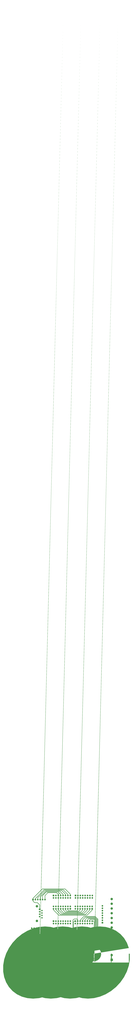
<source format=gtl>
G04 #@! TF.GenerationSoftware,KiCad,Pcbnew,7.0.7*
G04 #@! TF.CreationDate,2024-01-31T17:53:19+01:00*
G04 #@! TF.ProjectId,CabelAdapter,43616265-6c41-4646-9170-7465722e6b69,rev?*
G04 #@! TF.SameCoordinates,Original*
G04 #@! TF.FileFunction,Copper,L1,Top*
G04 #@! TF.FilePolarity,Positive*
%FSLAX46Y46*%
G04 Gerber Fmt 4.6, Leading zero omitted, Abs format (unit mm)*
G04 Created by KiCad (PCBNEW 7.0.7) date 2024-01-31 17:53:19*
%MOMM*%
%LPD*%
G01*
G04 APERTURE LIST*
G04 Aperture macros list*
%AMFreePoly0*
4,1,196,0.542178,16.580636,1.081593,16.522643,1.615496,16.426316,2.141167,16.292147,2.655928,16.120818,3.157154,15.913203,3.642292,15.670360,4.108870,15.393527,4.554510,15.084113,4.976942,14.743697,5.374012,14.374012,5.743697,13.976942,6.084113,13.554510,6.393527,13.108870,6.670360,12.642292,6.913203,12.157154,7.120818,11.655928,7.292147,11.141167,7.426316,10.615496,7.522643,10.081593,
7.580636,9.542178,7.600000,9.000000,7.580636,8.457822,7.522643,7.918407,7.426316,7.384504,7.292147,6.858833,7.120818,6.344072,6.913203,5.842846,6.670360,5.357708,6.393527,4.891130,6.084113,4.445490,5.743697,4.023058,5.374012,3.625988,4.976942,3.256303,4.554510,2.915887,4.108870,2.606473,3.642292,2.329640,3.157154,2.086797,2.655928,1.879182,2.141167,1.707853,
1.615496,1.573684,1.495685,1.552067,1.500000,1.500000,1.500000,0.000000,1.479542,-0.246892,1.418726,-0.487049,1.319211,-0.713921,1.183711,-0.921319,1.015922,-1.103586,0.820422,-1.255750,0.602543,-1.373660,0.500000,-1.408862,0.500000,-5.000000,0.479746,-5.140866,0.420627,-5.270320,0.327430,-5.377875,0.207708,-5.454816,0.071157,-5.494911,-0.071157,-5.494911,-0.207708,-5.454816,
-0.327430,-5.377875,-0.420627,-5.270320,-0.479746,-5.140866,-0.500000,-5.000000,-0.500000,-1.408862,-0.602543,-1.373660,-0.820422,-1.255750,-1.015922,-1.103586,-1.183711,-0.921319,-1.319211,-0.713921,-1.418726,-0.487049,-1.479542,-0.246892,-1.500000,0.000000,-1.500000,1.500000,-1.495685,1.552067,-1.615496,1.573684,-2.141167,1.707853,-2.655928,1.879182,-3.157154,2.086797,-3.642292,2.329640,
-4.108870,2.606473,-4.554510,2.915887,-4.976942,3.256303,-5.374012,3.625988,-5.743697,4.023058,-6.084113,4.445490,-6.393527,4.891130,-6.670360,5.357708,-6.913203,5.842846,-7.120818,6.344072,-7.292147,6.858833,-7.426316,7.384504,-7.522643,7.918407,-7.580636,8.457822,-7.600000,9.000000,-5.804959,9.000000,-5.785132,8.520630,-5.725787,8.044535,-5.627329,7.574967,-5.490430,7.115133,
-5.316027,6.668175,-5.105309,6.237145,-4.859717,5.824988,-4.580928,5.434520,-4.270847,5.068408,-3.931592,4.729153,-3.565480,4.419072,-3.175012,4.140283,-2.762855,3.894691,-2.331825,3.683973,-1.884867,3.509570,-1.425033,3.372671,-0.955465,3.274213,-0.479370,3.214868,0.000000,3.195041,0.479370,3.214868,0.955465,3.274213,1.425033,3.372671,1.884867,3.509570,2.331825,3.683973,
2.762855,3.894691,3.175012,4.140283,3.565480,4.419072,3.931592,4.729153,4.270847,5.068408,4.580928,5.434520,4.859717,5.824988,5.105309,6.237145,5.316027,6.668175,5.490430,7.115133,5.627329,7.574967,5.725787,8.044535,5.785132,8.520630,5.804959,9.000000,5.785132,9.479370,5.725787,9.955465,5.627329,10.425033,5.490430,10.884867,5.316027,11.331825,5.105309,11.762855,
4.859717,12.175012,4.580928,12.565480,4.270847,12.931592,3.931592,13.270847,3.565480,13.580928,3.175012,13.859717,2.762855,14.105309,2.331825,14.316027,1.884867,14.490430,1.425033,14.627329,0.955465,14.725787,0.479370,14.785132,0.000000,14.804959,-0.479370,14.785132,-0.955465,14.725787,-1.425033,14.627329,-1.884867,14.490430,-2.331825,14.316027,-2.762855,14.105309,-3.175012,13.859717,
-3.565480,13.580928,-3.931592,13.270847,-4.270847,12.931592,-4.580928,12.565480,-4.859717,12.175012,-5.105309,11.762855,-5.316027,11.331825,-5.490430,10.884867,-5.627329,10.425033,-5.725787,9.955465,-5.785132,9.479370,-5.804959,9.000000,-7.600000,9.000000,-7.580636,9.542178,-7.522643,10.081593,-7.426316,10.615496,-7.292147,11.141167,-7.120818,11.655928,-6.913203,12.157154,-6.670360,12.642292,
-6.393527,13.108870,-6.084113,13.554510,-5.743697,13.976942,-5.374012,14.374012,-4.976942,14.743697,-4.554510,15.084113,-4.108870,15.393527,-3.642292,15.670360,-3.157154,15.913203,-2.655928,16.120818,-2.141167,16.292147,-1.615496,16.426316,-1.081593,16.522643,-0.542178,16.580636,0.000000,16.600000,0.542178,16.580636,0.542178,16.580636,$1*%
%AMFreePoly1*
4,1,39,0.368228,1.454100,0.602543,1.373660,0.820422,1.255750,1.015922,1.103586,1.183711,0.921319,1.319211,0.713921,1.418726,0.487049,1.479542,0.246892,1.500000,0.000000,1.479542,-0.246892,1.418726,-0.487049,1.319211,-0.713921,1.183711,-0.921319,1.015922,-1.103586,0.820422,-1.255750,0.602543,-1.373660,0.368228,-1.454100,0.123869,-1.494877,-0.123869,-1.494877,-0.368228,-1.454100,
-0.602543,-1.373660,-0.820422,-1.255750,-1.015922,-1.103586,-1.183711,-0.921319,-1.319211,-0.713921,-1.418726,-0.487049,-1.479542,-0.246892,-1.500000,0.000000,-1.479542,0.246892,-1.418726,0.487049,-1.319211,0.713921,-1.183711,0.921319,-1.015922,1.103586,-0.820422,1.255750,-0.602543,1.373660,-0.368228,1.454100,-0.123869,1.494877,0.123869,1.494877,0.368228,1.454100,0.368228,1.454100,
$1*%
G04 Aperture macros list end*
G04 #@! TA.AperFunction,ComponentPad*
%ADD10R,1.700000X1.700000*%
G04 #@! TD*
G04 #@! TA.AperFunction,ComponentPad*
%ADD11O,1.700000X1.700000*%
G04 #@! TD*
G04 #@! TA.AperFunction,SMDPad,CuDef*
%ADD12FreePoly0,0.000000*%
G04 #@! TD*
G04 #@! TA.AperFunction,ComponentPad*
%ADD13FreePoly1,0.000000*%
G04 #@! TD*
G04 #@! TA.AperFunction,ComponentPad*
%ADD14R,1.500000X1.500000*%
G04 #@! TD*
G04 #@! TA.AperFunction,ComponentPad*
%ADD15C,1.500000*%
G04 #@! TD*
G04 #@! TA.AperFunction,ComponentPad*
%ADD16C,2.500000*%
G04 #@! TD*
G04 #@! TA.AperFunction,ComponentPad*
%ADD17R,2.500000X2.500000*%
G04 #@! TD*
G04 #@! TA.AperFunction,Conductor*
%ADD18C,0.500000*%
G04 #@! TD*
G04 APERTURE END LIST*
D10*
X150160000Y-103000000D03*
D11*
X150160000Y-100460000D03*
X147620000Y-103000000D03*
X147620000Y-100460000D03*
X145080000Y-103000000D03*
X145080000Y-100460000D03*
X142540000Y-103000000D03*
X142540000Y-100460000D03*
X140000000Y-103000000D03*
X140000000Y-100460000D03*
X137460000Y-103000000D03*
X137460000Y-100460000D03*
X134920000Y-103000000D03*
X134920000Y-100460000D03*
X132380000Y-103000000D03*
X132380000Y-100460000D03*
D10*
X93800000Y-133250000D03*
D11*
X91260000Y-133250000D03*
X88720000Y-133250000D03*
X86180000Y-133250000D03*
D10*
X127000000Y-130000000D03*
D11*
X127000000Y-127460000D03*
X124460000Y-130000000D03*
X124460000Y-127460000D03*
X121920000Y-130000000D03*
X121920000Y-127460000D03*
X119380000Y-130000000D03*
X119380000Y-127460000D03*
X116840000Y-130000000D03*
X116840000Y-127460000D03*
X114300000Y-130000000D03*
X114300000Y-127460000D03*
X111760000Y-130000000D03*
X111760000Y-127460000D03*
X109220000Y-130000000D03*
X109220000Y-127460000D03*
X152000000Y-138750000D03*
D12*
X152000000Y-159750000D03*
D13*
X152000000Y-164500000D03*
D10*
X132500000Y-88960000D03*
D11*
X132500000Y-91500000D03*
X135040000Y-88960000D03*
X135040000Y-91500000D03*
X137580000Y-88960000D03*
X137580000Y-91500000D03*
X140120000Y-88960000D03*
X140120000Y-91500000D03*
X142660000Y-88960000D03*
X142660000Y-91500000D03*
X145200000Y-88960000D03*
X145200000Y-91500000D03*
X147740000Y-88960000D03*
X147740000Y-91500000D03*
X150280000Y-88960000D03*
X150280000Y-91500000D03*
D10*
X132380000Y-116000000D03*
D11*
X132380000Y-118540000D03*
X134920000Y-116000000D03*
X134920000Y-118540000D03*
X137460000Y-116000000D03*
X137460000Y-118540000D03*
X140000000Y-116000000D03*
X140000000Y-118540000D03*
X142540000Y-116000000D03*
X142540000Y-118540000D03*
X145080000Y-116000000D03*
X145080000Y-118540000D03*
X147620000Y-116000000D03*
X147620000Y-118540000D03*
X150160000Y-116000000D03*
X150160000Y-118540000D03*
X133000000Y-138750000D03*
D12*
X133000000Y-159750000D03*
D13*
X133000000Y-164500000D03*
D14*
X94500000Y-103555000D03*
D15*
X97040000Y-104825000D03*
X94500000Y-106095000D03*
X97040000Y-107365000D03*
X94500000Y-108635000D03*
X97040000Y-109905000D03*
X94500000Y-111175000D03*
X97040000Y-112445000D03*
D16*
X91706000Y-100253000D03*
X91706000Y-115747000D03*
D10*
X127000000Y-103000000D03*
D11*
X127000000Y-100460000D03*
X124460000Y-103000000D03*
X124460000Y-100460000D03*
X121920000Y-103000000D03*
X121920000Y-100460000D03*
X119380000Y-103000000D03*
X119380000Y-100460000D03*
X116840000Y-103000000D03*
X116840000Y-100460000D03*
X114300000Y-103000000D03*
X114300000Y-100460000D03*
X111760000Y-103000000D03*
X111760000Y-100460000D03*
X109220000Y-103000000D03*
X109220000Y-100460000D03*
D10*
X161000000Y-117620000D03*
D11*
X161000000Y-115080000D03*
X161000000Y-112540000D03*
X161000000Y-110000000D03*
X161000000Y-107460000D03*
X161000000Y-104920000D03*
X161000000Y-102380000D03*
X161000000Y-99840000D03*
D10*
X93800000Y-123500000D03*
D11*
X91260000Y-123500000D03*
X88720000Y-123500000D03*
X86180000Y-123500000D03*
D10*
X109220000Y-116000000D03*
D11*
X109220000Y-118540000D03*
X111760000Y-116000000D03*
X111760000Y-118540000D03*
X114300000Y-116000000D03*
X114300000Y-118540000D03*
X116840000Y-116000000D03*
X116840000Y-118540000D03*
X119380000Y-116000000D03*
X119380000Y-118540000D03*
X121920000Y-116000000D03*
X121920000Y-118540000D03*
X124460000Y-116000000D03*
X124460000Y-118540000D03*
X127000000Y-116000000D03*
X127000000Y-118540000D03*
X112750000Y-138750000D03*
D12*
X112750000Y-159750000D03*
D13*
X112750000Y-164500000D03*
D17*
X170800000Y-142320570D03*
D16*
X170800000Y-137320570D03*
D17*
X170800000Y-156820570D03*
D16*
X170800000Y-151820570D03*
D10*
X109220000Y-88960000D03*
D11*
X109220000Y-91500000D03*
X111760000Y-88960000D03*
X111760000Y-91500000D03*
X114300000Y-88960000D03*
X114300000Y-91500000D03*
X116840000Y-88960000D03*
X116840000Y-91500000D03*
X119380000Y-88960000D03*
X119380000Y-91500000D03*
X121920000Y-88960000D03*
X121920000Y-91500000D03*
X124460000Y-88960000D03*
X124460000Y-91500000D03*
X127000000Y-88960000D03*
X127000000Y-91500000D03*
D17*
X170800000Y-127700570D03*
D16*
X170800000Y-122700570D03*
X170800000Y-117700570D03*
X170800000Y-112700570D03*
X170800000Y-107700570D03*
X170800000Y-102700570D03*
X170800000Y-97700570D03*
X170800000Y-92700570D03*
D11*
X94000000Y-138750000D03*
D12*
X94000000Y-159750000D03*
D13*
X94000000Y-164500000D03*
D10*
X87550000Y-93250000D03*
D11*
X90090000Y-93250000D03*
X92630000Y-93250000D03*
X95170000Y-93250000D03*
X97710000Y-93250000D03*
X100250000Y-93250000D03*
D10*
X150130000Y-130000000D03*
D11*
X150130000Y-127460000D03*
X147590000Y-130000000D03*
X147590000Y-127460000D03*
X145050000Y-130000000D03*
X145050000Y-127460000D03*
X142510000Y-130000000D03*
X142510000Y-127460000D03*
X139970000Y-130000000D03*
X139970000Y-127460000D03*
X137430000Y-130000000D03*
X137430000Y-127460000D03*
X134890000Y-130000000D03*
X134890000Y-127460000D03*
X132350000Y-130000000D03*
X132350000Y-127460000D03*
D18*
X121500000Y-82000000D02*
X97500000Y-82000000D01*
X127000000Y-88960000D02*
X127000000Y-87500000D01*
X131500000Y-130000000D02*
X132350000Y-130000000D01*
X130500000Y-116500000D02*
X130500000Y-129000000D01*
X87550000Y-93250000D02*
X87550000Y-94800000D01*
X131000000Y-116000000D02*
X130500000Y-116500000D01*
X87550000Y-91950000D02*
X87550000Y-93250000D01*
X87550000Y-94800000D02*
X89250000Y-96500000D01*
X89250000Y-96500000D02*
X92250000Y-96500000D01*
X127000000Y-87500000D02*
X121500000Y-82000000D01*
X132380000Y-116000000D02*
X131000000Y-116000000D01*
X130500000Y-129000000D02*
X131500000Y-130000000D01*
X94500000Y-98750000D02*
X94500000Y-103555000D01*
X97500000Y-82000000D02*
X87550000Y-91950000D01*
X92250000Y-96500000D02*
X94500000Y-98750000D01*
X124460000Y-88960000D02*
X124460000Y-87960000D01*
X134500000Y-105000000D02*
X134920000Y-104580000D01*
X124460000Y-87960000D02*
X119300000Y-82800000D01*
X124460000Y-104460000D02*
X125000000Y-105000000D01*
X119300000Y-82800000D02*
X99450000Y-82800000D01*
X131000000Y-113750000D02*
X134250000Y-113750000D01*
X134500000Y-131750000D02*
X130250000Y-131750000D01*
X134920000Y-114420000D02*
X134920000Y-116000000D01*
X134890000Y-130000000D02*
X134890000Y-131360000D01*
X90090000Y-92160000D02*
X90090000Y-93250000D01*
X134920000Y-104580000D02*
X134920000Y-103000000D01*
X134250000Y-113750000D02*
X134920000Y-114420000D01*
X129700000Y-131200000D02*
X129700000Y-115050000D01*
X125000000Y-105000000D02*
X134500000Y-105000000D01*
X130250000Y-131750000D02*
X129700000Y-131200000D01*
X124460000Y-103000000D02*
X124460000Y-104460000D01*
X134890000Y-131360000D02*
X134500000Y-131750000D01*
X129700000Y-115050000D02*
X131000000Y-113750000D01*
X99450000Y-82800000D02*
X90090000Y-92160000D01*
X137460000Y-116000000D02*
X137460000Y-115040000D01*
X121920000Y-103000000D02*
X121920000Y-104202081D01*
X137430000Y-131930000D02*
X137430000Y-130000000D01*
X117850000Y-83600000D02*
X100150000Y-83600000D01*
X121920000Y-88960000D02*
X121920000Y-87670000D01*
X152525480Y-135500000D02*
X141000000Y-135500000D01*
X123517919Y-105800000D02*
X135862081Y-105800000D01*
X137460000Y-115040000D02*
X141450000Y-111050000D01*
X137460000Y-104202081D02*
X137460000Y-103000000D01*
X141450000Y-111050000D02*
X153325482Y-111050000D01*
X156250000Y-131775480D02*
X152525480Y-135500000D01*
X156250000Y-113974517D02*
X156250000Y-131775480D01*
X100150000Y-83600000D02*
X92630000Y-91120000D01*
X141000000Y-135500000D02*
X137430000Y-131930000D01*
X92630000Y-91120000D02*
X92630000Y-93250000D01*
X153325482Y-111050000D02*
X156250000Y-113974517D01*
X121920000Y-87670000D02*
X117850000Y-83600000D01*
X135862081Y-105800000D02*
X137460000Y-104202081D01*
X121920000Y-104202081D02*
X123517919Y-105800000D01*
X143000000Y-134500000D02*
X139970000Y-131470000D01*
X137900000Y-106600000D02*
X140000000Y-104500000D01*
X121850000Y-106600000D02*
X137900000Y-106600000D01*
X142900000Y-111850000D02*
X152994111Y-111850000D01*
X101218630Y-84400000D02*
X95170000Y-90448630D01*
X119380000Y-103000000D02*
X119380000Y-104130000D01*
X152994111Y-111850000D02*
X155450000Y-114305888D01*
X140000000Y-104500000D02*
X140000000Y-103000000D01*
X140000000Y-114750000D02*
X142900000Y-111850000D01*
X115900000Y-84400000D02*
X101218630Y-84400000D01*
X119380000Y-87880000D02*
X119380000Y-88960000D01*
X115900000Y-84400000D02*
X119380000Y-87880000D01*
X139970000Y-131470000D02*
X139970000Y-130000000D01*
X95170000Y-90448630D02*
X95170000Y-93250000D01*
X155450000Y-114305888D02*
X155450000Y-131444110D01*
X140000000Y-116000000D02*
X140000000Y-114750000D01*
X119380000Y-104130000D02*
X121850000Y-106600000D01*
X155450000Y-131444110D02*
X152394110Y-134500000D01*
X152394110Y-134500000D02*
X143000000Y-134500000D01*
X116750000Y-87750000D02*
X116750000Y-88870000D01*
X154650000Y-114637259D02*
X154650000Y-131112740D01*
X142540000Y-116000000D02*
X142540000Y-114710000D01*
X152662740Y-112650000D02*
X154650000Y-114637259D01*
X139600000Y-107400000D02*
X142540000Y-104460000D01*
X154650000Y-131112740D02*
X152162740Y-133600000D01*
X142540000Y-114710000D02*
X144600000Y-112650000D01*
X114200000Y-85200000D02*
X116750000Y-87750000D01*
X97710000Y-89040000D02*
X97710000Y-93250000D01*
X142510000Y-131260000D02*
X142510000Y-130000000D01*
X116840000Y-104340000D02*
X119900000Y-107400000D01*
X116750000Y-88870000D02*
X116840000Y-88960000D01*
X101550000Y-85200000D02*
X97710000Y-89040000D01*
X152162740Y-133600000D02*
X144850000Y-133600000D01*
X144600000Y-112650000D02*
X152662740Y-112650000D01*
X142540000Y-104460000D02*
X142540000Y-103000000D01*
X119900000Y-107400000D02*
X139600000Y-107400000D01*
X114200000Y-85200000D02*
X101550000Y-85200000D01*
X116840000Y-103000000D02*
X116840000Y-104340000D01*
X144850000Y-133600000D02*
X142510000Y-131260000D01*
X118450000Y-108200000D02*
X141082081Y-108200000D01*
X114300000Y-103000000D02*
X114300000Y-104050000D01*
X141082081Y-108200000D02*
X145080000Y-104202081D01*
X145080000Y-104202081D02*
X145080000Y-103000000D01*
X114300000Y-87757919D02*
X114300000Y-88960000D01*
X145080000Y-114920000D02*
X146550000Y-113450000D01*
X146550000Y-113450000D02*
X152331370Y-113450000D01*
X152331370Y-113450000D02*
X153850000Y-114968630D01*
X100250000Y-89000000D02*
X103250000Y-86000000D01*
X145080000Y-116000000D02*
X145080000Y-114920000D01*
X100250000Y-93250000D02*
X100250000Y-89000000D01*
X103250000Y-86000000D02*
X112542081Y-86000000D01*
X146550000Y-132800000D02*
X145050000Y-131300000D01*
X153850000Y-130781370D02*
X151831370Y-132800000D01*
X112542081Y-86000000D02*
X114300000Y-87757919D01*
X153850000Y-114968630D02*
X153850000Y-130781370D01*
X151831370Y-132800000D02*
X146550000Y-132800000D01*
X145050000Y-131300000D02*
X145050000Y-130000000D01*
X114300000Y-104050000D02*
X118450000Y-108200000D01*
X147590000Y-131340000D02*
X147590000Y-130000000D01*
X111760000Y-104010000D02*
X116750000Y-109000000D01*
X147620000Y-104380000D02*
X147620000Y-103000000D01*
X112750000Y-138750000D02*
X111760000Y-137760000D01*
X152000000Y-114250000D02*
X153050000Y-115300000D01*
X153050000Y-130450000D02*
X151500000Y-132000000D01*
X148000000Y-114250000D02*
X152000000Y-114250000D01*
X148250000Y-132000000D02*
X147590000Y-131340000D01*
X111760000Y-103000000D02*
X111760000Y-104010000D01*
X153050000Y-115300000D02*
X153050000Y-130450000D01*
X143000000Y-109000000D02*
X147620000Y-104380000D01*
X147620000Y-116000000D02*
X147620000Y-114630000D01*
X116750000Y-109000000D02*
X143000000Y-109000000D01*
X151500000Y-132000000D02*
X148250000Y-132000000D01*
X111760000Y-137760000D02*
X111760000Y-130000000D01*
X147620000Y-114630000D02*
X148000000Y-114250000D01*
X114800000Y-109800000D02*
X144700000Y-109800000D01*
X151750000Y-116000000D02*
X152250000Y-116500000D01*
X150160000Y-116000000D02*
X151750000Y-116000000D01*
X144700000Y-109800000D02*
X150160000Y-104340000D01*
X150160000Y-104340000D02*
X150160000Y-103000000D01*
X109220000Y-104220000D02*
X114800000Y-109800000D01*
X152250000Y-129500000D02*
X151750000Y-130000000D01*
X109220000Y-103000000D02*
X109220000Y-104220000D01*
X151750000Y-130000000D02*
X150130000Y-130000000D01*
X152250000Y-116500000D02*
X152250000Y-129500000D01*
M02*

</source>
